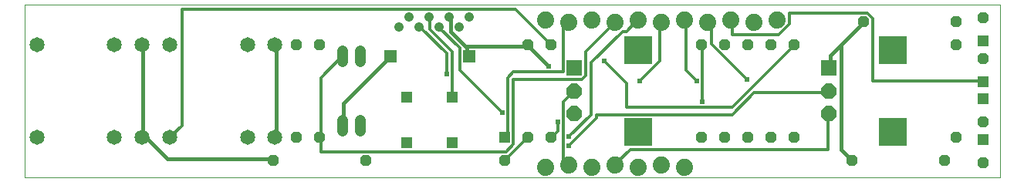
<source format=gbl>
G75*
%MOIN*%
%OFA0B0*%
%FSLAX24Y24*%
%IPPOS*%
%LPD*%
%AMOC8*
5,1,8,0,0,1.08239X$1,22.5*
%
%ADD10C,0.0010*%
%ADD11R,0.0660X0.0660*%
%ADD12OC8,0.0660*%
%ADD13R,0.1227X0.1227*%
%ADD14C,0.0650*%
%ADD15OC8,0.0480*%
%ADD16C,0.0480*%
%ADD17R,0.0478X0.0478*%
%ADD18R,0.0480X0.0480*%
%ADD19R,0.0531X0.0531*%
%ADD20C,0.0413*%
%ADD21C,0.0740*%
%ADD22C,0.0120*%
%ADD23C,0.0240*%
%ADD24C,0.0180*%
D10*
X007994Y004807D02*
X050120Y004807D01*
X050120Y012287D01*
X007994Y012287D01*
X007994Y004807D01*
D11*
X031738Y009541D03*
X042738Y009541D03*
D12*
X042738Y008557D03*
X042738Y007572D03*
X031738Y007572D03*
X031738Y008557D03*
D13*
X034494Y006785D03*
X045494Y006785D03*
X045494Y010328D03*
X034494Y010328D03*
D14*
X018803Y010557D03*
X017622Y010557D03*
X014275Y010557D03*
X013053Y010557D03*
X011872Y010557D03*
X008525Y010557D03*
X008525Y006557D03*
X011872Y006557D03*
X013053Y006557D03*
X014275Y006557D03*
X017622Y006557D03*
X018803Y006557D03*
D15*
X019744Y006557D03*
X020744Y006557D03*
X022744Y005557D03*
X018744Y005557D03*
X028744Y005557D03*
X029744Y006557D03*
X030744Y006557D03*
X037244Y006557D03*
X038244Y006557D03*
X039244Y006557D03*
X040244Y006557D03*
X041244Y006557D03*
X043744Y005557D03*
X047744Y005557D03*
X049394Y005457D03*
X048244Y006557D03*
X049394Y007207D03*
X049394Y009957D03*
X048244Y010557D03*
X048244Y011557D03*
X049394Y011707D03*
X044244Y011557D03*
X041244Y010557D03*
X040244Y010557D03*
X039244Y010557D03*
X038244Y010557D03*
X037244Y010557D03*
X030744Y010557D03*
X029744Y010557D03*
X020744Y010557D03*
X019744Y010557D03*
D16*
X021744Y010297D02*
X021744Y009817D01*
X022494Y009817D02*
X022494Y010297D01*
X022494Y007297D02*
X022494Y006817D01*
X021744Y006817D02*
X021744Y007297D01*
D17*
X024509Y006322D03*
X026478Y006322D03*
X026478Y008291D03*
X024509Y008291D03*
D18*
X028744Y006557D03*
X049394Y006457D03*
X049394Y008207D03*
X049394Y008957D03*
X049394Y010707D03*
D19*
X027187Y010059D03*
X023801Y010059D03*
D20*
X024175Y011307D03*
X025041Y011307D03*
X025907Y011307D03*
X026773Y011307D03*
X026340Y011740D03*
X025474Y011740D03*
X024608Y011740D03*
X027206Y011740D03*
D21*
X030494Y011607D03*
X031494Y011507D03*
X032494Y011607D03*
X033494Y011507D03*
X034494Y011607D03*
X035494Y011507D03*
X036494Y011607D03*
X037494Y011507D03*
X038494Y011607D03*
X039494Y011507D03*
X040494Y011607D03*
X035494Y005357D03*
X036494Y005257D03*
X034494Y005257D03*
X033494Y005357D03*
X032494Y005257D03*
X031494Y005357D03*
X030494Y005257D03*
D22*
X031274Y005527D02*
X031434Y005367D01*
X031494Y005357D01*
X031274Y005527D02*
X031274Y008087D01*
X031674Y008487D01*
X031738Y008557D01*
X032074Y009047D02*
X029114Y009047D01*
X029114Y006247D01*
X028794Y005927D01*
X020794Y005927D01*
X020794Y006487D01*
X020744Y006557D01*
X020794Y006567D01*
X020794Y009127D01*
X021674Y010007D01*
X021744Y010057D01*
X025514Y011207D02*
X026474Y010247D01*
X026474Y008327D01*
X026478Y008291D01*
X026794Y009447D02*
X028634Y007607D01*
X030794Y006567D02*
X031034Y006807D01*
X031034Y007207D01*
X031514Y006567D02*
X032474Y007527D01*
X032474Y009767D01*
X033834Y011127D01*
X033994Y011127D01*
X034474Y011607D01*
X034494Y011607D01*
X035434Y011447D02*
X035494Y011507D01*
X035434Y011447D02*
X035434Y009847D01*
X034554Y008967D01*
X033994Y008887D02*
X033034Y009847D01*
X032234Y010247D02*
X032234Y009207D01*
X032074Y009047D01*
X031274Y009367D02*
X031274Y011287D01*
X031494Y011507D01*
X030714Y010567D02*
X029194Y012087D01*
X014794Y012087D01*
X014794Y007047D01*
X014314Y006567D01*
X014275Y006557D01*
X025114Y011287D02*
X026234Y010167D01*
X026234Y009287D01*
X026794Y009447D02*
X026794Y010407D01*
X025914Y011287D01*
X025907Y011307D01*
X025514Y011207D02*
X025514Y011687D01*
X025474Y011740D01*
X025114Y011287D02*
X025041Y011307D01*
X030714Y010567D02*
X030744Y010557D01*
X032234Y010247D02*
X033494Y011507D01*
X036494Y011607D02*
X036554Y011607D01*
X036554Y009447D01*
X037034Y008967D01*
X037674Y010567D02*
X039194Y009047D01*
X039514Y008487D02*
X038554Y007527D01*
X032714Y007527D01*
X032714Y007367D01*
X031514Y006167D01*
X030794Y006567D02*
X030744Y006557D01*
X029744Y006557D02*
X028744Y005557D01*
X028744Y006557D02*
X028794Y006567D01*
X028874Y006647D01*
X028874Y009127D01*
X029114Y009367D01*
X031274Y009367D01*
X033994Y008887D02*
X033994Y007847D01*
X038554Y007847D01*
X041194Y010487D01*
X041244Y010557D01*
X040554Y010967D02*
X038554Y010967D01*
X038554Y011607D01*
X038494Y011607D01*
X037674Y011287D02*
X037514Y011447D01*
X037494Y011507D01*
X037674Y011287D02*
X037674Y010567D01*
X037274Y010487D02*
X037244Y010557D01*
X037274Y010487D02*
X037274Y008087D01*
X039514Y008487D02*
X042714Y008487D01*
X042738Y008557D01*
X044634Y008967D02*
X044634Y011687D01*
X044394Y011927D01*
X041034Y011927D01*
X041034Y011447D01*
X040554Y010967D01*
X044634Y008967D02*
X049354Y008967D01*
X049394Y008957D01*
X042738Y007572D02*
X042714Y007527D01*
X042714Y006007D01*
X034154Y006007D01*
X033514Y005367D01*
X033494Y005357D01*
D23*
X031514Y006167D03*
X031514Y006567D03*
X031034Y007207D03*
X028634Y007607D03*
X026234Y009287D03*
X030634Y009607D03*
X033034Y009847D03*
X034554Y008967D03*
X037034Y008967D03*
X039194Y009047D03*
X037274Y008087D03*
D24*
X042738Y009541D02*
X042794Y009607D01*
X042794Y010087D01*
X043234Y010527D01*
X043274Y010487D01*
X043274Y006007D01*
X043674Y005607D01*
X043744Y005557D01*
X030634Y009607D02*
X029754Y010487D01*
X029744Y010557D01*
X029674Y010487D01*
X027114Y010487D01*
X027074Y010447D01*
X026394Y011127D01*
X026394Y011687D01*
X026340Y011740D01*
X027074Y010447D02*
X027114Y010407D01*
X027114Y010087D01*
X027187Y010059D01*
X023801Y010059D02*
X023754Y010007D01*
X021754Y008007D01*
X021754Y007127D01*
X021744Y007057D01*
X018874Y006567D02*
X018803Y006557D01*
X018874Y006567D02*
X018874Y010487D01*
X018803Y010557D01*
X013114Y010487D02*
X013053Y010557D01*
X013114Y010487D02*
X013114Y006567D01*
X013053Y006557D01*
X013194Y006567D01*
X014154Y005607D01*
X018714Y005607D01*
X018744Y005557D01*
X043234Y010527D02*
X044234Y011527D01*
X044244Y011557D01*
M02*

</source>
